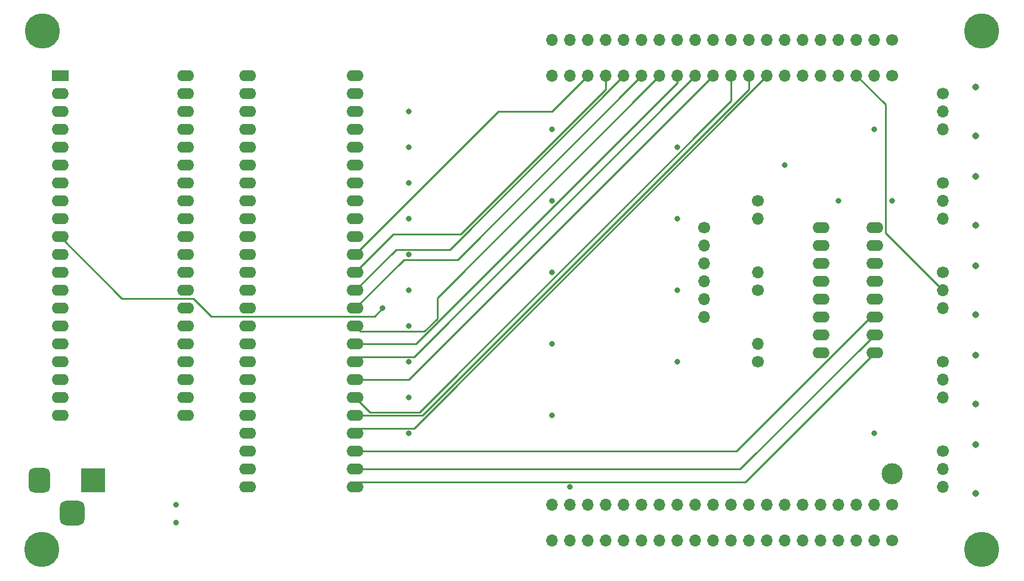
<source format=gbr>
%TF.GenerationSoftware,KiCad,Pcbnew,(6.0.5)*%
%TF.CreationDate,2022-07-21T21:10:46+10:00*%
%TF.ProjectId,glitcher,676c6974-6368-4657-922e-6b696361645f,rev?*%
%TF.SameCoordinates,Original*%
%TF.FileFunction,Copper,L3,Inr*%
%TF.FilePolarity,Positive*%
%FSLAX46Y46*%
G04 Gerber Fmt 4.6, Leading zero omitted, Abs format (unit mm)*
G04 Created by KiCad (PCBNEW (6.0.5)) date 2022-07-21 21:10:46*
%MOMM*%
%LPD*%
G01*
G04 APERTURE LIST*
G04 Aperture macros list*
%AMRoundRect*
0 Rectangle with rounded corners*
0 $1 Rounding radius*
0 $2 $3 $4 $5 $6 $7 $8 $9 X,Y pos of 4 corners*
0 Add a 4 corners polygon primitive as box body*
4,1,4,$2,$3,$4,$5,$6,$7,$8,$9,$2,$3,0*
0 Add four circle primitives for the rounded corners*
1,1,$1+$1,$2,$3*
1,1,$1+$1,$4,$5*
1,1,$1+$1,$6,$7*
1,1,$1+$1,$8,$9*
0 Add four rect primitives between the rounded corners*
20,1,$1+$1,$2,$3,$4,$5,0*
20,1,$1+$1,$4,$5,$6,$7,0*
20,1,$1+$1,$6,$7,$8,$9,0*
20,1,$1+$1,$8,$9,$2,$3,0*%
G04 Aperture macros list end*
%TA.AperFunction,ComponentPad*%
%ADD10R,2.400000X1.600000*%
%TD*%
%TA.AperFunction,ComponentPad*%
%ADD11O,2.400000X1.600000*%
%TD*%
%TA.AperFunction,ComponentPad*%
%ADD12C,1.700000*%
%TD*%
%TA.AperFunction,ComponentPad*%
%ADD13O,1.700000X1.700000*%
%TD*%
%TA.AperFunction,ComponentPad*%
%ADD14C,5.000000*%
%TD*%
%TA.AperFunction,ComponentPad*%
%ADD15C,0.970000*%
%TD*%
%TA.AperFunction,ComponentPad*%
%ADD16C,2.999999*%
%TD*%
%TA.AperFunction,ComponentPad*%
%ADD17R,3.500001X3.500001*%
%TD*%
%TA.AperFunction,ComponentPad*%
%ADD18RoundRect,0.750000X-0.749999X-1.000000X0.749999X-1.000000X0.749999X1.000000X-0.749999X1.000000X0*%
%TD*%
%TA.AperFunction,ComponentPad*%
%ADD19RoundRect,0.875000X-0.875000X-0.875000X0.875000X-0.875000X0.875000X0.875000X-0.875000X0.875000X0*%
%TD*%
%TA.AperFunction,ViaPad*%
%ADD20C,0.800000*%
%TD*%
%TA.AperFunction,Conductor*%
%ADD21C,0.250000*%
%TD*%
G04 APERTURE END LIST*
D10*
%TO.N,RPI_GP0*%
%TO.C,U1*%
X92705000Y-50805000D03*
D11*
%TO.N,RPI_GP1*%
X92705000Y-53345000D03*
%TO.N,GND*%
X92705000Y-55885000D03*
%TO.N,RPI_GP2*%
X92705000Y-58425000D03*
%TO.N,RPI_GP3*%
X92705000Y-60965000D03*
%TO.N,RPI_GP4*%
X92705000Y-63505000D03*
%TO.N,RPI_GP5*%
X92705000Y-66045000D03*
%TO.N,GND*%
X92705000Y-68585000D03*
%TO.N,RPI_GP6*%
X92705000Y-71125000D03*
%TO.N,RPI_GP7*%
X92705000Y-73665000D03*
%TO.N,RPI_GP8*%
X92705000Y-76205000D03*
%TO.N,RPI_GP9*%
X92705000Y-78745000D03*
%TO.N,GND*%
X92705000Y-81285000D03*
%TO.N,RPI_GP10*%
X92705000Y-83825000D03*
%TO.N,RPI_GP11*%
X92705000Y-86365000D03*
%TO.N,RPI_GP12*%
X92705000Y-88905000D03*
%TO.N,RPI_GP13*%
X92705000Y-91445000D03*
%TO.N,GND*%
X92705000Y-93985000D03*
%TO.N,RPI_GP14*%
X92705000Y-96525000D03*
%TO.N,RPI_GP15*%
X92705000Y-99065000D03*
%TO.N,RPI_GP16*%
X110485000Y-99065000D03*
%TO.N,RPI_GP17*%
X110485000Y-96525000D03*
%TO.N,GND*%
X110485000Y-93985000D03*
%TO.N,unconnected-(U1-Pad24)*%
X110485000Y-91445000D03*
%TO.N,unconnected-(U1-Pad25)*%
X110485000Y-88905000D03*
%TO.N,unconnected-(U1-Pad26)*%
X110485000Y-86365000D03*
%TO.N,FPGA_4*%
X110485000Y-83825000D03*
%TO.N,unconnected-(U1-Pad28)*%
X110485000Y-81285000D03*
%TO.N,FPGA_3*%
X110485000Y-78745000D03*
%TO.N,unconnected-(U1-Pad30)*%
X110485000Y-76205000D03*
%TO.N,Net-(TP2-Pad1)*%
X110485000Y-73665000D03*
%TO.N,Net-(TP1-Pad1)*%
X110485000Y-71125000D03*
%TO.N,unconnected-(U1-Pad33)*%
X110485000Y-68585000D03*
%TO.N,unconnected-(U1-Pad34)*%
X110485000Y-66045000D03*
%TO.N,unconnected-(U1-Pad35)*%
X110485000Y-63505000D03*
%TO.N,unconnected-(U1-Pad36)*%
X110485000Y-60965000D03*
%TO.N,unconnected-(U1-Pad37)*%
X110485000Y-58425000D03*
%TO.N,GND*%
X110485000Y-55885000D03*
%TO.N,Net-(JP2-Pad1)*%
X110485000Y-53345000D03*
%TO.N,unconnected-(U1-Pad40)*%
X110485000Y-50805000D03*
%TD*%
D12*
%TO.N,GND*%
%TO.C,J4*%
X217920704Y-53340000D03*
D13*
%TO.N,X_OUT*%
X217920714Y-55880000D03*
%TO.N,GND*%
X217920714Y-58420000D03*
%TD*%
D12*
%TO.N,X_OUT*%
%TO.C,J_RIGHTEXP_OUTER1*%
X210755714Y-50800000D03*
D13*
%TO.N,Y_OUT*%
X208215714Y-50800000D03*
%TO.N,Z_OUT*%
X205675714Y-50800000D03*
%TO.N,FREE_RIGHT4*%
X203135714Y-50800000D03*
%TO.N,MAX4619_A*%
X200595714Y-50800000D03*
%TO.N,MAX4619_B*%
X198055714Y-50800000D03*
%TO.N,MAX4619_C*%
X195515714Y-50800000D03*
%TO.N,FPGA_GPIO_12*%
X192975714Y-50800000D03*
%TO.N,FPGA_GPIO_11*%
X190435714Y-50800000D03*
%TO.N,FPGA_GPIO_10*%
X187895714Y-50800000D03*
%TO.N,FPGA_GPIO_9*%
X185355714Y-50800000D03*
%TO.N,FPGA_GPIO_8*%
X182815714Y-50800000D03*
%TO.N,FPGA_GPIO_7*%
X180275714Y-50800000D03*
%TO.N,FPGA_GPIO_6*%
X177735714Y-50800000D03*
%TO.N,FPGA_GPIO_5*%
X175195714Y-50800000D03*
%TO.N,FPGA_GPIO_4*%
X172655714Y-50800000D03*
%TO.N,FPGA_GPIO_3*%
X170115714Y-50800000D03*
%TO.N,FPGA_GPIO_2*%
X167575714Y-50800000D03*
%TO.N,VCC_3V3_ALWAYS*%
X165035714Y-50800000D03*
%TO.N,GND*%
X162495714Y-50800000D03*
%TD*%
D14*
%TO.N,N/C*%
%TO.C,REF\u002A\u002A*%
X223455714Y-118110000D03*
%TD*%
D12*
%TO.N,GND*%
%TO.C,J_LEFTEXP1*%
X210755714Y-116840000D03*
D13*
%TO.N,FREE_LEFT2*%
X208215714Y-116840000D03*
%TO.N,RPI_GP2*%
X205675714Y-116840000D03*
%TO.N,RPI_GP3*%
X203135714Y-116840000D03*
%TO.N,RPI_GP4*%
X200595714Y-116840000D03*
%TO.N,RPI_GP5*%
X198055714Y-116840000D03*
%TO.N,RPI_GP6*%
X195515714Y-116840000D03*
%TO.N,RPI_GP7*%
X192975714Y-116840000D03*
%TO.N,RPI_GP8*%
X190435714Y-116840000D03*
%TO.N,RPI_GP9*%
X187895714Y-116840000D03*
%TO.N,RPI_GP10*%
X185355714Y-116840000D03*
%TO.N,RPI_GP11*%
X182815714Y-116840000D03*
%TO.N,RPI_GP12*%
X180275714Y-116840000D03*
%TO.N,RPI_GP13*%
X177735714Y-116840000D03*
%TO.N,RPI_GP14*%
X175195714Y-116840000D03*
%TO.N,RPI_GP15*%
X172655714Y-116840000D03*
%TO.N,FREE_LEFT17*%
X170115714Y-116840000D03*
%TO.N,FREE_LEFT18*%
X167575714Y-116840000D03*
%TO.N,VCC_SWITCHED*%
X165035714Y-116840000D03*
%TO.N,GND*%
X162495714Y-116840000D03*
%TD*%
D12*
%TO.N,GND*%
%TO.C,J_LEFTEXP_OUTER1*%
X210755716Y-111759992D03*
D13*
%TO.N,FREE_LEFT2*%
X208215714Y-111760000D03*
%TO.N,RPI_GP2*%
X205675714Y-111760000D03*
%TO.N,RPI_GP3*%
X203135714Y-111760000D03*
%TO.N,RPI_GP4*%
X200595714Y-111760000D03*
%TO.N,RPI_GP5*%
X198055714Y-111760000D03*
%TO.N,RPI_GP6*%
X195515714Y-111760000D03*
%TO.N,RPI_GP7*%
X192975714Y-111760000D03*
%TO.N,RPI_GP8*%
X190435714Y-111760000D03*
%TO.N,RPI_GP9*%
X187895714Y-111760000D03*
%TO.N,RPI_GP10*%
X185355714Y-111760000D03*
%TO.N,RPI_GP11*%
X182815714Y-111760000D03*
%TO.N,RPI_GP12*%
X180275714Y-111760000D03*
%TO.N,RPI_GP13*%
X177735714Y-111760000D03*
%TO.N,RPI_GP14*%
X175195714Y-111760000D03*
%TO.N,RPI_GP15*%
X172655714Y-111760000D03*
%TO.N,FREE_LEFT17*%
X170115714Y-111760000D03*
%TO.N,FREE_LEFT18*%
X167575714Y-111760000D03*
%TO.N,VCC_SWITCHED*%
X165035714Y-111760000D03*
%TO.N,GND*%
X162495716Y-111759992D03*
%TD*%
D15*
%TO.N,GND*%
%TO.C,HS2_OUT1*%
X222555714Y-97472500D03*
X222555714Y-90487500D03*
%TD*%
D12*
%TO.N,GND*%
%TO.C,J2*%
X184085714Y-72390000D03*
D13*
%TO.N,VCC_3V3*%
X184085714Y-74930000D03*
%TO.N,VCC_2V5*%
X184085714Y-77470000D03*
%TO.N,VCC_1V8*%
X184085714Y-80010000D03*
%TO.N,VCC_1V2*%
X184085714Y-82550000D03*
%TO.N,VCC_VADJ*%
X184085714Y-85090000D03*
%TD*%
D15*
%TO.N,GND*%
%TO.C,SMA_Y1*%
X222555714Y-72072500D03*
X222555714Y-65087500D03*
%TD*%
%TO.N,GND*%
%TO.C,TRIG_IN1*%
X222555714Y-103187500D03*
X222555714Y-110172500D03*
%TD*%
D12*
%TO.N,GND*%
%TO.C,J7*%
X217920704Y-78740000D03*
D13*
%TO.N,Z_OUT*%
X217920714Y-81280000D03*
%TO.N,GND*%
X217920714Y-83820000D03*
%TD*%
D12*
%TO.N,X_OUT*%
%TO.C,J_RIGHTEXP1*%
X210755714Y-45720000D03*
D13*
%TO.N,Y_OUT*%
X208215714Y-45720000D03*
%TO.N,Z_OUT*%
X205675714Y-45720000D03*
%TO.N,FREE_RIGHT4*%
X203135714Y-45720000D03*
%TO.N,MAX4619_A*%
X200595714Y-45720000D03*
%TO.N,MAX4619_B*%
X198055714Y-45720000D03*
%TO.N,MAX4619_C*%
X195515714Y-45720000D03*
%TO.N,FPGA_GPIO_12*%
X192975714Y-45720000D03*
%TO.N,FPGA_GPIO_11*%
X190435714Y-45720000D03*
%TO.N,FPGA_GPIO_10*%
X187895714Y-45720000D03*
%TO.N,FPGA_GPIO_9*%
X185355714Y-45720000D03*
%TO.N,FPGA_GPIO_8*%
X182815714Y-45720000D03*
%TO.N,FPGA_GPIO_7*%
X180275714Y-45720000D03*
%TO.N,FPGA_GPIO_6*%
X177735714Y-45720000D03*
%TO.N,FPGA_GPIO_5*%
X175195714Y-45720000D03*
%TO.N,FPGA_GPIO_4*%
X172655714Y-45720000D03*
%TO.N,FPGA_GPIO_3*%
X170115714Y-45720000D03*
%TO.N,FPGA_GPIO_2*%
X167575714Y-45720000D03*
%TO.N,VCC_3V3_ALWAYS*%
X165035714Y-45720000D03*
%TO.N,GND*%
X162495714Y-45720000D03*
%TD*%
D14*
%TO.N,N/C*%
%TO.C,REF\u002A\u002A*%
X223455714Y-44450000D03*
%TD*%
D12*
%TO.N,GND*%
%TO.C,J5*%
X217920704Y-66040000D03*
D13*
%TO.N,Y_OUT*%
X217920714Y-68580000D03*
%TO.N,GND*%
X217920714Y-71120000D03*
%TD*%
D12*
%TO.N,GND*%
%TO.C,J6*%
X217920704Y-104140000D03*
D13*
%TO.N,TRIG_IN*%
X217920714Y-106680000D03*
%TO.N,GND*%
X217920714Y-109220000D03*
%TD*%
D14*
%TO.N,N/C*%
%TO.C,REF\u002A\u002A*%
X90170000Y-44450000D03*
%TD*%
D16*
%TO.N,GL_GATE*%
%TO.C,REF\u002A\u002A*%
X210755714Y-107315000D03*
%TD*%
D12*
%TO.N,Net-(PINS_Z_INPUT1-Pad1)*%
%TO.C,PINS_Z_INPUT1*%
X191705714Y-91440000D03*
D13*
%TO.N,Net-(PINS_Z_INPUT1-Pad2)*%
X191705714Y-88900000D03*
%TD*%
D11*
%TO.N,MAX4619_C*%
%TO.C,U2*%
X134555718Y-109219992D03*
%TO.N,MAX4619_B*%
X134555714Y-106680000D03*
%TO.N,MAX4619_A*%
X134555714Y-104140000D03*
%TO.N,FPGA_GPIO_12*%
X134555714Y-101600000D03*
%TO.N,FPGA_GPIO_11*%
X134555714Y-99060000D03*
%TO.N,FPGA_GPIO_10*%
X134555714Y-96520000D03*
%TO.N,FPGA_GPIO_9*%
X134555714Y-93980000D03*
%TO.N,FPGA_GPIO_8*%
X134555714Y-91440000D03*
%TO.N,FPGA_GPIO_7*%
X134555714Y-88900000D03*
%TO.N,FPGA_GPIO_6*%
X134555714Y-86360000D03*
%TO.N,FPGA_GPIO_5*%
X134555714Y-83820000D03*
%TO.N,FPGA_GPIO_4*%
X134555714Y-81280000D03*
%TO.N,FPGA_GPIO_3*%
X134555714Y-78740000D03*
%TO.N,FPGA_GPIO_2*%
X134555714Y-76200000D03*
%TO.N,FPGA_GPIO_1*%
X134555714Y-73660000D03*
%TO.N,unconnected-(U2-Pad16)*%
X134555714Y-71120000D03*
%TO.N,unconnected-(U2-Pad17)*%
X134555714Y-68580000D03*
%TO.N,unconnected-(U2-Pad18)*%
X134555714Y-66040000D03*
%TO.N,unconnected-(U2-Pad19)*%
X134555714Y-63500000D03*
%TO.N,unconnected-(U2-Pad20)*%
X134555714Y-60960000D03*
%TO.N,unconnected-(U2-Pad21)*%
X134555714Y-58420000D03*
%TO.N,unconnected-(U2-Pad22)*%
X134555714Y-55880000D03*
%TO.N,unconnected-(U2-Pad23)*%
X134555714Y-53340000D03*
%TO.N,Net-(FB1-Pad2)*%
X134555714Y-50800000D03*
%TO.N,GND*%
X119315714Y-50800000D03*
%TO.N,RPI_GP0*%
X119315714Y-53340000D03*
%TO.N,RPI_GP1*%
X119315714Y-55880000D03*
%TO.N,FPGA_3*%
X119315714Y-58420000D03*
%TO.N,FPGA_4*%
X119315714Y-60960000D03*
%TO.N,unconnected-(U2-Pad30)*%
X119315714Y-63500000D03*
%TO.N,unconnected-(U2-Pad31)*%
X119315714Y-66040000D03*
%TO.N,unconnected-(U2-Pad32)*%
X119315714Y-68580000D03*
%TO.N,unconnected-(U2-Pad33)*%
X119315714Y-71120000D03*
%TO.N,unconnected-(U2-Pad34)*%
X119315714Y-73660000D03*
%TO.N,unconnected-(U2-Pad35)*%
X119315714Y-76200000D03*
%TO.N,unconnected-(U2-Pad36)*%
X119315714Y-78740000D03*
%TO.N,unconnected-(U2-Pad37)*%
X119315714Y-81280000D03*
%TO.N,unconnected-(U2-Pad38)*%
X119315714Y-83820000D03*
%TO.N,unconnected-(U2-Pad39)*%
X119315714Y-86360000D03*
%TO.N,unconnected-(U2-Pad40)*%
X119315714Y-88900000D03*
%TO.N,unconnected-(U2-Pad41)*%
X119315714Y-91440000D03*
%TO.N,unconnected-(U2-Pad42)*%
X119315714Y-93980000D03*
%TO.N,unconnected-(U2-Pad43)*%
X119315714Y-96520000D03*
%TO.N,unconnected-(U2-Pad44)*%
X119315714Y-99060000D03*
%TO.N,unconnected-(U2-Pad45)*%
X119315714Y-101600000D03*
%TO.N,unconnected-(U2-Pad46)*%
X119315714Y-104140000D03*
%TO.N,unconnected-(U2-Pad47)*%
X119315714Y-106680000D03*
%TO.N,unconnected-(U2-Pad48)*%
X119315714Y-109220000D03*
%TD*%
%TO.N,Net-(PINS_Y_INPUT1-Pad2)*%
%TO.C,U3*%
X200605722Y-72379992D03*
%TO.N,Net-(PINS_Y_INPUT1-Pad1)*%
X200605714Y-74920000D03*
%TO.N,Net-(PINS_Z_INPUT1-Pad2)*%
X200605714Y-77460000D03*
%TO.N,Z_OUT*%
X200605714Y-80000000D03*
%TO.N,Net-(PINS_Z_INPUT1-Pad1)*%
X200605714Y-82540000D03*
%TO.N,MAX4619_EN*%
X200605714Y-85080000D03*
%TO.N,unconnected-(U3-Pad7)*%
X200605714Y-87620000D03*
%TO.N,GND*%
X200605714Y-90160000D03*
%TO.N,MAX4619_C*%
X208225714Y-90160000D03*
%TO.N,MAX4619_B*%
X208225714Y-87620000D03*
%TO.N,MAX4619_A*%
X208225714Y-85080000D03*
%TO.N,Net-(PINS_X_INPUT1-Pad2)*%
X208225714Y-82540000D03*
%TO.N,Net-(PINS_X_INPUT1-Pad1)*%
X208225714Y-80000000D03*
%TO.N,X_OUT*%
X208225714Y-77460000D03*
%TO.N,Y_OUT*%
X208225714Y-74920000D03*
%TO.N,VCC_3V3_ALWAYS*%
X208225714Y-72380000D03*
%TD*%
D17*
%TO.N,VCC*%
%TO.C,J1*%
X97375724Y-108262492D03*
D18*
%TO.N,GND*%
X89755724Y-108262492D03*
D19*
%TO.N,N/C*%
X94375726Y-112962496D03*
%TD*%
D14*
%TO.N,N/C*%
%TO.C,REF\u002A\u002A*%
X90105713Y-118110000D03*
%TD*%
D12*
%TO.N,GND*%
%TO.C,J3*%
X217920704Y-91440000D03*
D13*
%TO.N,HS2_OUT*%
X217920714Y-93980000D03*
%TO.N,GND*%
X217920714Y-96520000D03*
%TD*%
D12*
%TO.N,Net-(PINS_Y_INPUT1-Pad1)*%
%TO.C,PINS_Y_INPUT1*%
X191705714Y-81280000D03*
D13*
%TO.N,Net-(PINS_Y_INPUT1-Pad2)*%
X191705714Y-78740000D03*
%TD*%
D15*
%TO.N,GND*%
%TO.C,SMA_Z1*%
X222555714Y-84772500D03*
X222555714Y-77787500D03*
%TD*%
%TO.N,GND*%
%TO.C,SMA_X1*%
X222555714Y-59372500D03*
X222555714Y-52387500D03*
%TD*%
D12*
%TO.N,Net-(PINS_X_INPUT1-Pad1)*%
%TO.C,PINS_X_INPUT1*%
X191705714Y-68580000D03*
D13*
%TO.N,Net-(PINS_X_INPUT1-Pad2)*%
X191705714Y-71120000D03*
%TD*%
D20*
%TO.N,GND*%
X162495714Y-78740000D03*
X142175714Y-71120000D03*
X180275714Y-91440000D03*
X180275714Y-81280000D03*
X162495714Y-99060000D03*
X180275714Y-71120000D03*
X142175714Y-81280000D03*
X180275714Y-60960000D03*
X208215714Y-101600000D03*
X142175714Y-91440000D03*
X142175714Y-101600000D03*
X109155714Y-114300000D03*
X162495714Y-58420000D03*
X142175714Y-60960000D03*
X162495714Y-68580000D03*
X162495714Y-88900000D03*
%TO.N,VCC*%
X109155714Y-111760000D03*
%TO.N,VCC_3V3_ALWAYS*%
X208215714Y-58420000D03*
X210755714Y-68580000D03*
%TO.N,MAX4619_EN*%
X203135714Y-68580000D03*
%TO.N,RPI_GP7*%
X138430000Y-83820000D03*
%TO.N,VCC_SWITCHED*%
X165035714Y-109220000D03*
X142175714Y-86360000D03*
X142175714Y-96520000D03*
X142175714Y-66040000D03*
X142175714Y-76200000D03*
X195515714Y-63500000D03*
X142175714Y-55880000D03*
%TD*%
D21*
%TO.N,Z_OUT*%
X209750234Y-54874520D02*
X205675714Y-50800000D01*
X209750234Y-73109520D02*
X209750234Y-54874520D01*
X217920714Y-81280000D02*
X209750234Y-73109520D01*
%TO.N,FPGA_GPIO_12*%
X142900225Y-100875489D02*
X192975714Y-50800000D01*
X135280225Y-100875489D02*
X142900225Y-100875489D01*
X134555714Y-101600000D02*
X135280225Y-100875489D01*
%TO.N,FPGA_GPIO_11*%
X144079996Y-99060000D02*
X190435714Y-52704282D01*
X190435714Y-52704282D02*
X190435714Y-50800000D01*
X134555714Y-99060000D02*
X144079996Y-99060000D01*
%TO.N,FPGA_GPIO_10*%
X187895714Y-54364614D02*
X187895714Y-50800000D01*
X136646194Y-98610480D02*
X143649848Y-98610480D01*
X143649848Y-98610480D02*
X187895714Y-54364614D01*
X134555714Y-96520000D02*
X136646194Y-98610480D01*
%TO.N,FPGA_GPIO_9*%
X185355714Y-50800000D02*
X142175714Y-93980000D01*
X142175714Y-93980000D02*
X134555714Y-93980000D01*
%TO.N,FPGA_GPIO_8*%
X134555714Y-91440000D02*
X135280225Y-90715489D01*
X135280225Y-90715489D02*
X142900225Y-90715489D01*
X142900225Y-90715489D02*
X182815714Y-50800000D01*
%TO.N,FPGA_GPIO_7*%
X180275714Y-51824614D02*
X180275714Y-50800000D01*
X143200328Y-88900000D02*
X180275714Y-51824614D01*
X134555714Y-88900000D02*
X143200328Y-88900000D01*
%TO.N,FPGA_GPIO_6*%
X135280225Y-87084511D02*
X144380099Y-87084511D01*
X134555714Y-86360000D02*
X135280225Y-87084511D01*
X146180162Y-85284448D02*
X146180162Y-82355552D01*
X146180162Y-82355552D02*
X177735714Y-50800000D01*
X144380099Y-87084511D02*
X146180162Y-85284448D01*
%TO.N,FPGA_GPIO_5*%
X141451203Y-76924511D02*
X149071203Y-76924511D01*
X134555714Y-83820000D02*
X141451203Y-76924511D01*
X149071203Y-76924511D02*
X175195714Y-50800000D01*
%TO.N,FPGA_GPIO_4*%
X147980225Y-75475489D02*
X172655714Y-50800000D01*
X134555714Y-81280000D02*
X140360225Y-75475489D01*
X140360225Y-75475489D02*
X147980225Y-75475489D01*
%TO.N,FPGA_GPIO_3*%
X170115714Y-52704282D02*
X170115714Y-50800000D01*
X149477855Y-73342141D02*
X170115714Y-52704282D01*
X139953573Y-73342141D02*
X149477855Y-73342141D01*
X134555714Y-78740000D02*
X139953573Y-73342141D01*
%TO.N,FPGA_GPIO_2*%
X154875714Y-55880000D02*
X162495714Y-55880000D01*
X134555714Y-76200000D02*
X154875714Y-55880000D01*
X162495714Y-55880000D02*
X167575714Y-50800000D01*
%TO.N,MAX4619_C*%
X134555718Y-109219992D02*
X135280221Y-108495489D01*
X189890225Y-108495489D02*
X208225714Y-90160000D01*
X135280221Y-108495489D02*
X189890225Y-108495489D01*
%TO.N,MAX4619_B*%
X189165714Y-106680000D02*
X208225714Y-87620000D01*
X134555714Y-106680000D02*
X189165714Y-106680000D01*
%TO.N,MAX4619_A*%
X188616025Y-104140000D02*
X207676025Y-85080000D01*
X207676025Y-85080000D02*
X208225714Y-85080000D01*
X134555714Y-104140000D02*
X188616025Y-104140000D01*
%TO.N,RPI_GP7*%
X138430000Y-83820000D02*
X137305480Y-84944520D01*
X114154520Y-84944520D02*
X111619520Y-82409520D01*
X137305480Y-84944520D02*
X114154520Y-84944520D01*
X111619520Y-82409520D02*
X101449520Y-82409520D01*
X101449520Y-82409520D02*
X92705000Y-73665000D01*
%TD*%
M02*

</source>
